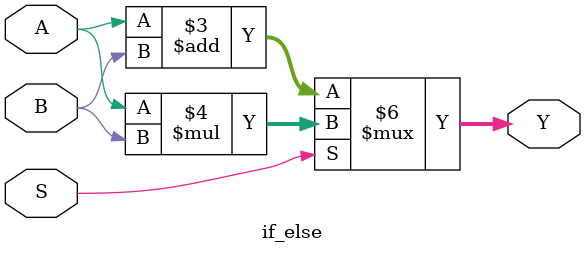
<source format=v>
module if_else(A,B,S,Y);

    input A,B,S;
    output reg [1:0]Y;

    always @ (A,B,S) 
    begin
      if(S == 1'b0)
        Y = A + B;
      else 
        Y = A * B;
    end

endmodule
</source>
